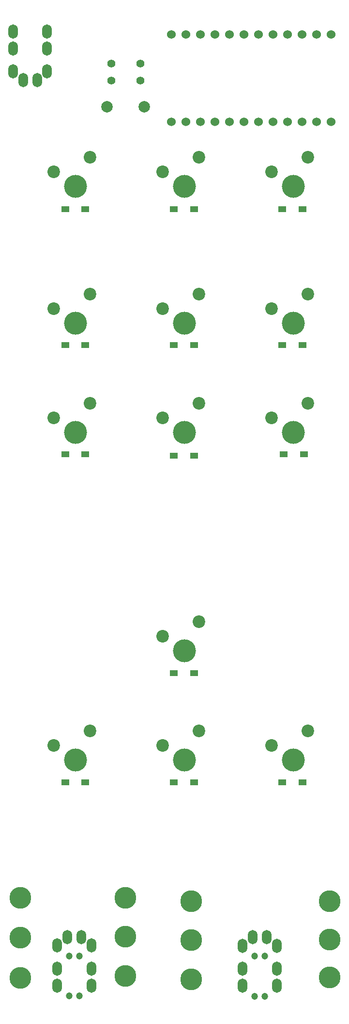
<source format=gts>
G04 #@! TF.GenerationSoftware,KiCad,Pcbnew,(5.1.8)-1*
G04 #@! TF.CreationDate,2021-12-18T13:29:49+09:00*
G04 #@! TF.ProjectId,keyboard-layouter-playground,6b657962-6f61-4726-942d-6c61796f7574,rev?*
G04 #@! TF.SameCoordinates,Original*
G04 #@! TF.FileFunction,Soldermask,Top*
G04 #@! TF.FilePolarity,Negative*
%FSLAX46Y46*%
G04 Gerber Fmt 4.6, Leading zero omitted, Abs format (unit mm)*
G04 Created by KiCad (PCBNEW (5.1.8)-1) date 2021-12-18 13:29:49*
%MOMM*%
%LPD*%
G01*
G04 APERTURE LIST*
%ADD10O,1.700000X2.500000*%
%ADD11C,1.200000*%
%ADD12C,3.800000*%
%ADD13C,4.000000*%
%ADD14C,2.200000*%
%ADD15C,1.524000*%
%ADD16C,1.397000*%
%ADD17R,1.400000X1.000000*%
%ADD18C,2.000000*%
G04 APERTURE END LIST*
D10*
X62933000Y-259522800D03*
X58733000Y-261022800D03*
X58733000Y-265022800D03*
X58733000Y-268022800D03*
D11*
X60833000Y-262822800D03*
X60833000Y-269822800D03*
D10*
X64683000Y-265022800D03*
X64683000Y-268022800D03*
X60483000Y-259522800D03*
X64683000Y-261022800D03*
D11*
X62583000Y-269822800D03*
X62583000Y-262822800D03*
D12*
X49733200Y-253238000D03*
X49733200Y-260043000D03*
X49733200Y-266848001D03*
X73964800Y-253238000D03*
X73964800Y-266573000D03*
X73964800Y-259905500D03*
D10*
X30497200Y-259497400D03*
X26297200Y-260997400D03*
X26297200Y-264997400D03*
X26297200Y-267997400D03*
D11*
X28397200Y-262797400D03*
X28397200Y-269797400D03*
D10*
X32247200Y-264997400D03*
X32247200Y-267997400D03*
X28047200Y-259497400D03*
X32247200Y-260997400D03*
D11*
X30147200Y-269797400D03*
X30147200Y-262797400D03*
D12*
X19862800Y-252628400D03*
X19862800Y-259613400D03*
X19862800Y-266598400D03*
X38176200Y-252628400D03*
X38176200Y-266323399D03*
X38176200Y-259475900D03*
D13*
X67623000Y-128584000D03*
D14*
X63813000Y-126044000D03*
X70163000Y-123504000D03*
D15*
X74168000Y-102040400D03*
X71628000Y-102040400D03*
X69088000Y-102040400D03*
X66548000Y-102040400D03*
X64008000Y-102040400D03*
X61468000Y-102040400D03*
X58928000Y-102040400D03*
X56388000Y-102040400D03*
X53848000Y-102040400D03*
X51308000Y-102040400D03*
X48768000Y-102040400D03*
X46228000Y-102040400D03*
X46228000Y-117260400D03*
X48768000Y-117260400D03*
X51308000Y-117260400D03*
X53848000Y-117260400D03*
X56388000Y-117260400D03*
X58928000Y-117260400D03*
X61468000Y-117260400D03*
X64008000Y-117260400D03*
X66548000Y-117260400D03*
X69088000Y-117260400D03*
X71628000Y-117260400D03*
X74168000Y-117260400D03*
D16*
X40792400Y-110109000D03*
X35712400Y-110109000D03*
X40792400Y-107086400D03*
X35712400Y-107086400D03*
D17*
X69213000Y-232504000D03*
X65663000Y-232504000D03*
X50213000Y-232504000D03*
X46663000Y-232504000D03*
X31213000Y-232504000D03*
X27663000Y-232504000D03*
X50213000Y-213504000D03*
X46663000Y-213504000D03*
X69463000Y-175254000D03*
X65913000Y-175254000D03*
X50213000Y-175504000D03*
X46663000Y-175504000D03*
X31213000Y-175254000D03*
X27663000Y-175254000D03*
X69213000Y-156254000D03*
X65663000Y-156254000D03*
X50213000Y-156254000D03*
X46663000Y-156254000D03*
X31213000Y-156254000D03*
X27663000Y-156254000D03*
X69213000Y-132504000D03*
X65663000Y-132504000D03*
X50213000Y-132504000D03*
X46663000Y-132504000D03*
X31213000Y-132504000D03*
X27663000Y-132504000D03*
D10*
X18577800Y-108509800D03*
X22777800Y-110009800D03*
X18577800Y-101509800D03*
X18577800Y-104509800D03*
X24527800Y-101509800D03*
X24527800Y-104509800D03*
X24527800Y-108509800D03*
X20327800Y-110009800D03*
D18*
X41477000Y-114681000D03*
X34977000Y-114681000D03*
D13*
X48573000Y-228596000D03*
D14*
X44763000Y-226056000D03*
X51113000Y-223516000D03*
D13*
X29523000Y-228596000D03*
D14*
X25713000Y-226056000D03*
X32063000Y-223516000D03*
D13*
X48573000Y-209546000D03*
D14*
X44763000Y-207006000D03*
X51113000Y-204466000D03*
D13*
X67623000Y-228596000D03*
D14*
X63813000Y-226056000D03*
X70163000Y-223516000D03*
D13*
X67623000Y-171446000D03*
D14*
X63813000Y-168906000D03*
X70163000Y-166366000D03*
D13*
X48573000Y-171446000D03*
D14*
X44763000Y-168906000D03*
X51113000Y-166366000D03*
D13*
X29523000Y-152396000D03*
D14*
X25713000Y-149856000D03*
X32063000Y-147316000D03*
D13*
X67623000Y-152396000D03*
D14*
X63813000Y-149856000D03*
X70163000Y-147316000D03*
D13*
X48573000Y-152396000D03*
D14*
X44763000Y-149856000D03*
X51113000Y-147316000D03*
D13*
X48573000Y-128584000D03*
D14*
X44763000Y-126044000D03*
X51113000Y-123504000D03*
D13*
X29523000Y-128584000D03*
D14*
X25713000Y-126044000D03*
X32063000Y-123504000D03*
D13*
X29523000Y-171446000D03*
D14*
X25713000Y-168906000D03*
X32063000Y-166366000D03*
M02*

</source>
